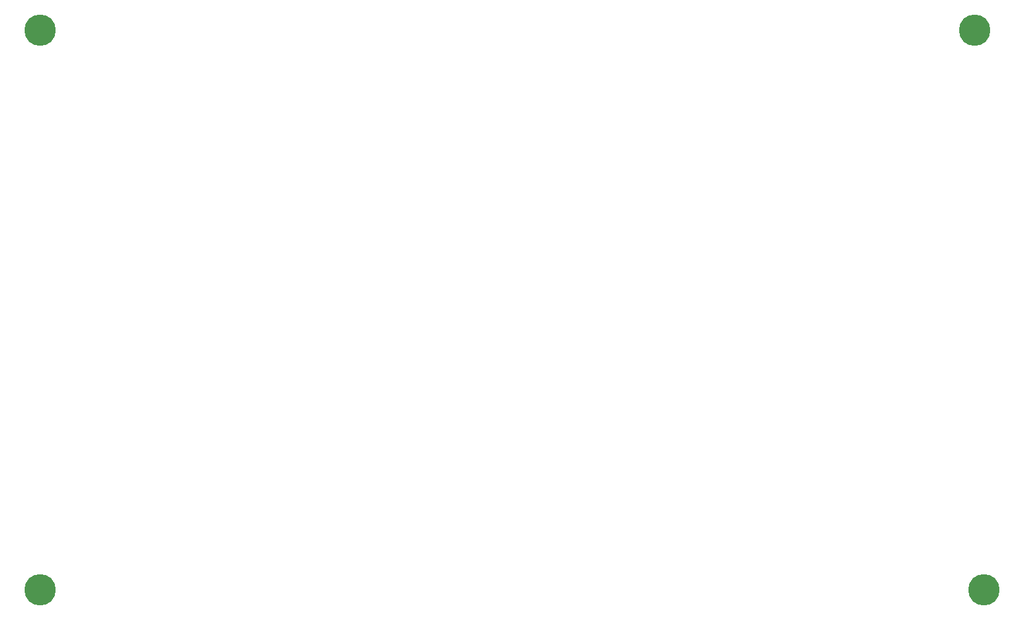
<source format=gbr>
%TF.GenerationSoftware,KiCad,Pcbnew,(6.0.0-rc1-dev-1444-gad0d9f8df)*%
%TF.CreationDate,2019-01-02T13:44:03+02:00*%
%TF.ProjectId,digiTOS-COMOD-SinBoard-routed-2,64696769-544f-4532-9d43-4f4d4f442d53,rev?*%
%TF.SameCoordinates,Original*%
%TF.FileFunction,NonPlated,1,2,NPTH,Drill*%
%TF.FilePolarity,Positive*%
%FSLAX46Y46*%
G04 Gerber Fmt 4.6, Leading zero omitted, Abs format (unit mm)*
G04 Created by KiCad (PCBNEW (6.0.0-rc1-dev-1444-gad0d9f8df)) date 02/01/2019 13:44:03*
%MOMM*%
%LPD*%
G04 APERTURE LIST*
%TA.AperFunction,ComponentDrill*%
%ADD10C,4.300000*%
%TD*%
G04 APERTURE END LIST*
D10*
%TO.C,H4*%
X116205000Y-48895000D03*
%TO.C,H1*%
X245745000Y-125730000D03*
%TO.C,H2*%
X116205000Y-125730000D03*
%TO.C,H3*%
X244475000Y-48895000D03*
M02*

</source>
